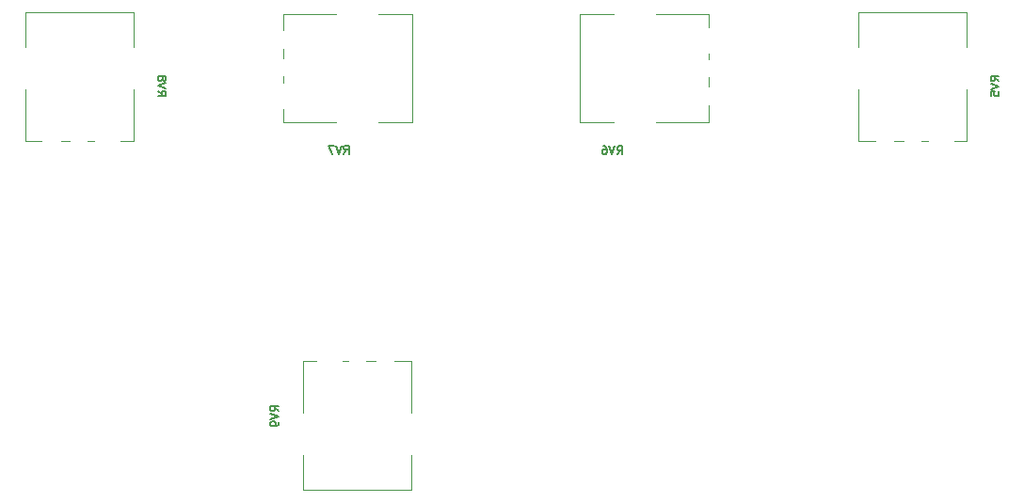
<source format=gbr>
%TF.GenerationSoftware,KiCad,Pcbnew,5.1.9-73d0e3b20d~88~ubuntu20.04.1*%
%TF.CreationDate,2021-04-01T10:53:24-04:00*%
%TF.ProjectId,ao_output,616f5f6f-7574-4707-9574-2e6b69636164,rev?*%
%TF.SameCoordinates,Original*%
%TF.FileFunction,Legend,Bot*%
%TF.FilePolarity,Positive*%
%FSLAX46Y46*%
G04 Gerber Fmt 4.6, Leading zero omitted, Abs format (unit mm)*
G04 Created by KiCad (PCBNEW 5.1.9-73d0e3b20d~88~ubuntu20.04.1) date 2021-04-01 10:53:24*
%MOMM*%
%LPD*%
G01*
G04 APERTURE LIST*
%ADD10C,0.120000*%
%ADD11C,0.150000*%
G04 APERTURE END LIST*
D10*
%TO.C,RV8*%
X-92370000Y-112030000D02*
X-82630000Y-112030000D01*
X-92370000Y-123620000D02*
X-90880000Y-123620000D01*
X-92370000Y-115090000D02*
X-92370000Y-112030000D01*
X-82630000Y-123620000D02*
X-82630000Y-118900000D01*
X-82630000Y-115090000D02*
X-82630000Y-112030000D01*
X-92370000Y-123620000D02*
X-92370000Y-118900000D01*
X-83810000Y-123620000D02*
X-82630000Y-123620000D01*
X-86710000Y-123620000D02*
X-86180000Y-123620000D01*
X-89160000Y-123620000D02*
X-88330000Y-123620000D01*
%TO.C,RV6*%
X-30880000Y-118660000D02*
X-30880000Y-117830000D01*
X-30880000Y-116210000D02*
X-30880000Y-115680000D01*
X-30880000Y-113310000D02*
X-30880000Y-112130000D01*
X-30880000Y-121870000D02*
X-35600000Y-121870000D01*
X-39410000Y-112130000D02*
X-42470000Y-112130000D01*
X-30880000Y-112130000D02*
X-35600000Y-112130000D01*
X-39410000Y-121870000D02*
X-42470000Y-121870000D01*
X-30880000Y-121870000D02*
X-30880000Y-120380000D01*
X-42470000Y-121870000D02*
X-42470000Y-112130000D01*
%TO.C,RV5*%
X-14160000Y-123620000D02*
X-13330000Y-123620000D01*
X-11710000Y-123620000D02*
X-11180000Y-123620000D01*
X-8810000Y-123620000D02*
X-7630000Y-123620000D01*
X-17370000Y-123620000D02*
X-17370000Y-118900000D01*
X-7630000Y-115090000D02*
X-7630000Y-112030000D01*
X-7630000Y-123620000D02*
X-7630000Y-118900000D01*
X-17370000Y-115090000D02*
X-17370000Y-112030000D01*
X-17370000Y-123620000D02*
X-15880000Y-123620000D01*
X-17370000Y-112030000D02*
X-7630000Y-112030000D01*
%TO.C,RV7*%
X-69120000Y-115340000D02*
X-69120000Y-116170000D01*
X-69120000Y-117790000D02*
X-69120000Y-118320000D01*
X-69120000Y-120690000D02*
X-69120000Y-121870000D01*
X-69120000Y-112130000D02*
X-64400000Y-112130000D01*
X-60590000Y-121870000D02*
X-57530000Y-121870000D01*
X-69120000Y-121870000D02*
X-64400000Y-121870000D01*
X-60590000Y-112130000D02*
X-57530000Y-112130000D01*
X-69120000Y-112130000D02*
X-69120000Y-113620000D01*
X-57530000Y-112130000D02*
X-57530000Y-121870000D01*
%TO.C,RV9*%
X-60840000Y-143380000D02*
X-61670000Y-143380000D01*
X-63290000Y-143380000D02*
X-63820000Y-143380000D01*
X-66190000Y-143380000D02*
X-67370000Y-143380000D01*
X-57630000Y-143380000D02*
X-57630000Y-148100000D01*
X-67370000Y-151910000D02*
X-67370000Y-154970000D01*
X-67370000Y-143380000D02*
X-67370000Y-148100000D01*
X-57630000Y-151910000D02*
X-57630000Y-154970000D01*
X-57630000Y-143380000D02*
X-59120000Y-143380000D01*
X-57630000Y-154970000D02*
X-67370000Y-154970000D01*
%TO.C,RV8*%
D11*
X-80439285Y-119076428D02*
X-80082142Y-119326428D01*
X-80439285Y-119505000D02*
X-79689285Y-119505000D01*
X-79689285Y-119219285D01*
X-79725000Y-119147857D01*
X-79760714Y-119112142D01*
X-79832142Y-119076428D01*
X-79939285Y-119076428D01*
X-80010714Y-119112142D01*
X-80046428Y-119147857D01*
X-80082142Y-119219285D01*
X-80082142Y-119505000D01*
X-79689285Y-118862142D02*
X-80439285Y-118612142D01*
X-79689285Y-118362142D01*
X-80010714Y-118005000D02*
X-79975000Y-118076428D01*
X-79939285Y-118112142D01*
X-79867857Y-118147857D01*
X-79832142Y-118147857D01*
X-79760714Y-118112142D01*
X-79725000Y-118076428D01*
X-79689285Y-118005000D01*
X-79689285Y-117862142D01*
X-79725000Y-117790714D01*
X-79760714Y-117755000D01*
X-79832142Y-117719285D01*
X-79867857Y-117719285D01*
X-79939285Y-117755000D01*
X-79975000Y-117790714D01*
X-80010714Y-117862142D01*
X-80010714Y-118005000D01*
X-80046428Y-118076428D01*
X-80082142Y-118112142D01*
X-80153571Y-118147857D01*
X-80296428Y-118147857D01*
X-80367857Y-118112142D01*
X-80403571Y-118076428D01*
X-80439285Y-118005000D01*
X-80439285Y-117862142D01*
X-80403571Y-117790714D01*
X-80367857Y-117755000D01*
X-80296428Y-117719285D01*
X-80153571Y-117719285D01*
X-80082142Y-117755000D01*
X-80046428Y-117790714D01*
X-80010714Y-117862142D01*
%TO.C,RV6*%
X-39103571Y-124789285D02*
X-38853571Y-124432142D01*
X-38675000Y-124789285D02*
X-38675000Y-124039285D01*
X-38960714Y-124039285D01*
X-39032142Y-124075000D01*
X-39067857Y-124110714D01*
X-39103571Y-124182142D01*
X-39103571Y-124289285D01*
X-39067857Y-124360714D01*
X-39032142Y-124396428D01*
X-38960714Y-124432142D01*
X-38675000Y-124432142D01*
X-39317857Y-124039285D02*
X-39567857Y-124789285D01*
X-39817857Y-124039285D01*
X-40389285Y-124039285D02*
X-40246428Y-124039285D01*
X-40175000Y-124075000D01*
X-40139285Y-124110714D01*
X-40067857Y-124217857D01*
X-40032142Y-124360714D01*
X-40032142Y-124646428D01*
X-40067857Y-124717857D01*
X-40103571Y-124753571D01*
X-40175000Y-124789285D01*
X-40317857Y-124789285D01*
X-40389285Y-124753571D01*
X-40425000Y-124717857D01*
X-40460714Y-124646428D01*
X-40460714Y-124467857D01*
X-40425000Y-124396428D01*
X-40389285Y-124360714D01*
X-40317857Y-124325000D01*
X-40175000Y-124325000D01*
X-40103571Y-124360714D01*
X-40067857Y-124396428D01*
X-40032142Y-124467857D01*
%TO.C,RV5*%
X-4760714Y-118183571D02*
X-5117857Y-117933571D01*
X-4760714Y-117755000D02*
X-5510714Y-117755000D01*
X-5510714Y-118040714D01*
X-5475000Y-118112142D01*
X-5439285Y-118147857D01*
X-5367857Y-118183571D01*
X-5260714Y-118183571D01*
X-5189285Y-118147857D01*
X-5153571Y-118112142D01*
X-5117857Y-118040714D01*
X-5117857Y-117755000D01*
X-5510714Y-118397857D02*
X-4760714Y-118647857D01*
X-5510714Y-118897857D01*
X-5510714Y-119505000D02*
X-5510714Y-119147857D01*
X-5153571Y-119112142D01*
X-5189285Y-119147857D01*
X-5225000Y-119219285D01*
X-5225000Y-119397857D01*
X-5189285Y-119469285D01*
X-5153571Y-119505000D01*
X-5082142Y-119540714D01*
X-4903571Y-119540714D01*
X-4832142Y-119505000D01*
X-4796428Y-119469285D01*
X-4760714Y-119397857D01*
X-4760714Y-119219285D01*
X-4796428Y-119147857D01*
X-4832142Y-119112142D01*
%TO.C,RV7*%
X-63683571Y-124739285D02*
X-63433571Y-124382142D01*
X-63255000Y-124739285D02*
X-63255000Y-123989285D01*
X-63540714Y-123989285D01*
X-63612142Y-124025000D01*
X-63647857Y-124060714D01*
X-63683571Y-124132142D01*
X-63683571Y-124239285D01*
X-63647857Y-124310714D01*
X-63612142Y-124346428D01*
X-63540714Y-124382142D01*
X-63255000Y-124382142D01*
X-63897857Y-123989285D02*
X-64147857Y-124739285D01*
X-64397857Y-123989285D01*
X-64576428Y-123989285D02*
X-65076428Y-123989285D01*
X-64755000Y-124739285D01*
%TO.C,RV9*%
X-69560714Y-147923571D02*
X-69917857Y-147673571D01*
X-69560714Y-147495000D02*
X-70310714Y-147495000D01*
X-70310714Y-147780714D01*
X-70275000Y-147852142D01*
X-70239285Y-147887857D01*
X-70167857Y-147923571D01*
X-70060714Y-147923571D01*
X-69989285Y-147887857D01*
X-69953571Y-147852142D01*
X-69917857Y-147780714D01*
X-69917857Y-147495000D01*
X-70310714Y-148137857D02*
X-69560714Y-148387857D01*
X-70310714Y-148637857D01*
X-69560714Y-148923571D02*
X-69560714Y-149066428D01*
X-69596428Y-149137857D01*
X-69632142Y-149173571D01*
X-69739285Y-149245000D01*
X-69882142Y-149280714D01*
X-70167857Y-149280714D01*
X-70239285Y-149245000D01*
X-70275000Y-149209285D01*
X-70310714Y-149137857D01*
X-70310714Y-148995000D01*
X-70275000Y-148923571D01*
X-70239285Y-148887857D01*
X-70167857Y-148852142D01*
X-69989285Y-148852142D01*
X-69917857Y-148887857D01*
X-69882142Y-148923571D01*
X-69846428Y-148995000D01*
X-69846428Y-149137857D01*
X-69882142Y-149209285D01*
X-69917857Y-149245000D01*
X-69989285Y-149280714D01*
%TD*%
M02*

</source>
